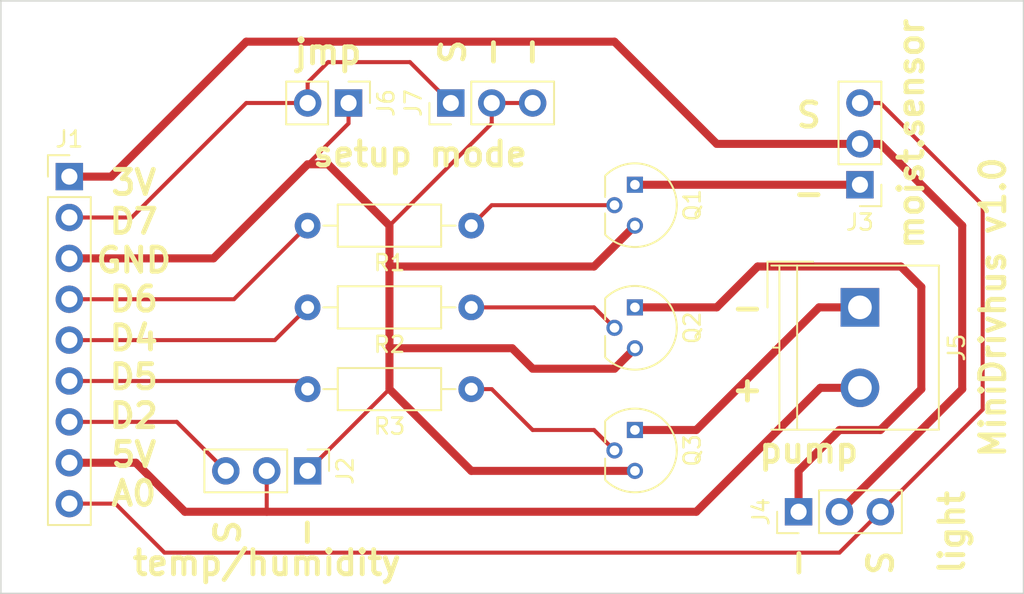
<source format=kicad_pcb>
(kicad_pcb (version 4) (host pcbnew 4.0.7+dfsg1-1)

  (general
    (links 25)
    (no_connects 0)
    (area 175.209999 54.559999 238.810001 91.490001)
    (thickness 1.6)
    (drawings 18)
    (tracks 82)
    (zones 0)
    (modules 13)
    (nets 16)
  )

  (page A4)
  (layers
    (0 F.Cu signal)
    (31 B.Cu signal)
    (32 B.Adhes user)
    (33 F.Adhes user)
    (34 B.Paste user)
    (35 F.Paste user)
    (36 B.SilkS user)
    (37 F.SilkS user)
    (38 B.Mask user)
    (39 F.Mask user)
    (40 Dwgs.User user)
    (41 Cmts.User user)
    (42 Eco1.User user)
    (43 Eco2.User user)
    (44 Edge.Cuts user)
    (45 Margin user)
    (46 B.CrtYd user)
    (47 F.CrtYd user)
    (48 B.Fab user)
    (49 F.Fab user)
  )

  (setup
    (last_trace_width 0.5)
    (user_trace_width 0.5)
    (trace_clearance 0.2)
    (zone_clearance 0.508)
    (zone_45_only no)
    (trace_min 0.2)
    (segment_width 0.2)
    (edge_width 0.1)
    (via_size 0.6)
    (via_drill 0.4)
    (via_min_size 0.4)
    (via_min_drill 0.3)
    (uvia_size 0.3)
    (uvia_drill 0.1)
    (uvias_allowed no)
    (uvia_min_size 0.2)
    (uvia_min_drill 0.1)
    (pcb_text_width 0.3)
    (pcb_text_size 1.5 1.5)
    (mod_edge_width 0.15)
    (mod_text_size 1 1)
    (mod_text_width 0.15)
    (pad_size 1.5 1.5)
    (pad_drill 0.6)
    (pad_to_mask_clearance 0)
    (aux_axis_origin 0 0)
    (visible_elements FFFFFF7F)
    (pcbplotparams
      (layerselection 0x00030_80000001)
      (usegerberextensions false)
      (excludeedgelayer true)
      (linewidth 0.100000)
      (plotframeref false)
      (viasonmask false)
      (mode 1)
      (useauxorigin false)
      (hpglpennumber 1)
      (hpglpenspeed 20)
      (hpglpendiameter 15)
      (hpglpenoverlay 2)
      (psnegative false)
      (psa4output false)
      (plotreference true)
      (plotvalue true)
      (plotinvisibletext false)
      (padsonsilk false)
      (subtractmaskfromsilk false)
      (outputformat 1)
      (mirror false)
      (drillshape 1)
      (scaleselection 1)
      (outputdirectory ""))
  )

  (net 0 "")
  (net 1 "Net-(J1-Pad1)")
  (net 2 "Net-(J1-Pad2)")
  (net 3 "Net-(J1-Pad3)")
  (net 4 "Net-(J1-Pad4)")
  (net 5 "Net-(J1-Pad5)")
  (net 6 "Net-(J1-Pad6)")
  (net 7 "Net-(J1-Pad7)")
  (net 8 "Net-(J1-Pad8)")
  (net 9 "Net-(J1-Pad9)")
  (net 10 "Net-(J3-Pad1)")
  (net 11 "Net-(J4-Pad1)")
  (net 12 "Net-(J5-Pad1)")
  (net 13 "Net-(Q1-Pad2)")
  (net 14 "Net-(Q2-Pad2)")
  (net 15 "Net-(Q3-Pad2)")

  (net_class Default "This is the default net class."
    (clearance 0.2)
    (trace_width 0.25)
    (via_dia 0.6)
    (via_drill 0.4)
    (uvia_dia 0.3)
    (uvia_drill 0.1)
    (add_net "Net-(J1-Pad1)")
    (add_net "Net-(J1-Pad2)")
    (add_net "Net-(J1-Pad3)")
    (add_net "Net-(J1-Pad4)")
    (add_net "Net-(J1-Pad5)")
    (add_net "Net-(J1-Pad6)")
    (add_net "Net-(J1-Pad7)")
    (add_net "Net-(J1-Pad8)")
    (add_net "Net-(J1-Pad9)")
    (add_net "Net-(J3-Pad1)")
    (add_net "Net-(J4-Pad1)")
    (add_net "Net-(J5-Pad1)")
    (add_net "Net-(Q1-Pad2)")
    (add_net "Net-(Q2-Pad2)")
    (add_net "Net-(Q3-Pad2)")
  )

  (module Pin_Headers:Pin_Header_Straight_1x09_Pitch2.54mm (layer F.Cu) (tedit 59650532) (tstamp 5AC0838D)
    (at 179.515714 65.535)
    (descr "Through hole straight pin header, 1x09, 2.54mm pitch, single row")
    (tags "Through hole pin header THT 1x09 2.54mm single row")
    (path /5ABFB22C)
    (fp_text reference J1 (at 0 -2.33) (layer F.SilkS)
      (effects (font (size 1 1) (thickness 0.15)))
    )
    (fp_text value Arduino (at 0 22.65) (layer F.Fab)
      (effects (font (size 1 1) (thickness 0.15)))
    )
    (fp_line (start -0.635 -1.27) (end 1.27 -1.27) (layer F.Fab) (width 0.1))
    (fp_line (start 1.27 -1.27) (end 1.27 21.59) (layer F.Fab) (width 0.1))
    (fp_line (start 1.27 21.59) (end -1.27 21.59) (layer F.Fab) (width 0.1))
    (fp_line (start -1.27 21.59) (end -1.27 -0.635) (layer F.Fab) (width 0.1))
    (fp_line (start -1.27 -0.635) (end -0.635 -1.27) (layer F.Fab) (width 0.1))
    (fp_line (start -1.33 21.65) (end 1.33 21.65) (layer F.SilkS) (width 0.12))
    (fp_line (start -1.33 1.27) (end -1.33 21.65) (layer F.SilkS) (width 0.12))
    (fp_line (start 1.33 1.27) (end 1.33 21.65) (layer F.SilkS) (width 0.12))
    (fp_line (start -1.33 1.27) (end 1.33 1.27) (layer F.SilkS) (width 0.12))
    (fp_line (start -1.33 0) (end -1.33 -1.33) (layer F.SilkS) (width 0.12))
    (fp_line (start -1.33 -1.33) (end 0 -1.33) (layer F.SilkS) (width 0.12))
    (fp_line (start -1.8 -1.8) (end -1.8 22.1) (layer F.CrtYd) (width 0.05))
    (fp_line (start -1.8 22.1) (end 1.8 22.1) (layer F.CrtYd) (width 0.05))
    (fp_line (start 1.8 22.1) (end 1.8 -1.8) (layer F.CrtYd) (width 0.05))
    (fp_line (start 1.8 -1.8) (end -1.8 -1.8) (layer F.CrtYd) (width 0.05))
    (fp_text user %R (at 0 10.16 90) (layer F.Fab)
      (effects (font (size 1 1) (thickness 0.15)))
    )
    (pad 1 thru_hole rect (at 0 0) (size 1.7 1.7) (drill 1) (layers *.Cu *.Mask)
      (net 1 "Net-(J1-Pad1)"))
    (pad 2 thru_hole oval (at 0 2.54) (size 1.7 1.7) (drill 1) (layers *.Cu *.Mask)
      (net 2 "Net-(J1-Pad2)"))
    (pad 3 thru_hole oval (at 0 5.08) (size 1.7 1.7) (drill 1) (layers *.Cu *.Mask)
      (net 3 "Net-(J1-Pad3)"))
    (pad 4 thru_hole oval (at 0 7.62) (size 1.7 1.7) (drill 1) (layers *.Cu *.Mask)
      (net 4 "Net-(J1-Pad4)"))
    (pad 5 thru_hole oval (at 0 10.16) (size 1.7 1.7) (drill 1) (layers *.Cu *.Mask)
      (net 5 "Net-(J1-Pad5)"))
    (pad 6 thru_hole oval (at 0 12.7) (size 1.7 1.7) (drill 1) (layers *.Cu *.Mask)
      (net 6 "Net-(J1-Pad6)"))
    (pad 7 thru_hole oval (at 0 15.24) (size 1.7 1.7) (drill 1) (layers *.Cu *.Mask)
      (net 7 "Net-(J1-Pad7)"))
    (pad 8 thru_hole oval (at 0 17.78) (size 1.7 1.7) (drill 1) (layers *.Cu *.Mask)
      (net 8 "Net-(J1-Pad8)"))
    (pad 9 thru_hole oval (at 0 20.32) (size 1.7 1.7) (drill 1) (layers *.Cu *.Mask)
      (net 9 "Net-(J1-Pad9)"))
    (model ${KISYS3DMOD}/Pin_Headers.3dshapes/Pin_Header_Straight_1x09_Pitch2.54mm.wrl
      (at (xyz 0 0 0))
      (scale (xyz 1 1 1))
      (rotate (xyz 0 0 0))
    )
  )

  (module Pin_Headers:Pin_Header_Straight_1x03_Pitch2.54mm (layer F.Cu) (tedit 59650532) (tstamp 5AC08394)
    (at 194.31 83.82 270)
    (descr "Through hole straight pin header, 1x03, 2.54mm pitch, single row")
    (tags "Through hole pin header THT 1x03 2.54mm single row")
    (path /5ABFB4EB)
    (fp_text reference J2 (at 0 -2.33 270) (layer F.SilkS)
      (effects (font (size 1 1) (thickness 0.15)))
    )
    (fp_text value Temp/Humidity (at 0 7.41 270) (layer F.Fab)
      (effects (font (size 1 1) (thickness 0.15)))
    )
    (fp_line (start -0.635 -1.27) (end 1.27 -1.27) (layer F.Fab) (width 0.1))
    (fp_line (start 1.27 -1.27) (end 1.27 6.35) (layer F.Fab) (width 0.1))
    (fp_line (start 1.27 6.35) (end -1.27 6.35) (layer F.Fab) (width 0.1))
    (fp_line (start -1.27 6.35) (end -1.27 -0.635) (layer F.Fab) (width 0.1))
    (fp_line (start -1.27 -0.635) (end -0.635 -1.27) (layer F.Fab) (width 0.1))
    (fp_line (start -1.33 6.41) (end 1.33 6.41) (layer F.SilkS) (width 0.12))
    (fp_line (start -1.33 1.27) (end -1.33 6.41) (layer F.SilkS) (width 0.12))
    (fp_line (start 1.33 1.27) (end 1.33 6.41) (layer F.SilkS) (width 0.12))
    (fp_line (start -1.33 1.27) (end 1.33 1.27) (layer F.SilkS) (width 0.12))
    (fp_line (start -1.33 0) (end -1.33 -1.33) (layer F.SilkS) (width 0.12))
    (fp_line (start -1.33 -1.33) (end 0 -1.33) (layer F.SilkS) (width 0.12))
    (fp_line (start -1.8 -1.8) (end -1.8 6.85) (layer F.CrtYd) (width 0.05))
    (fp_line (start -1.8 6.85) (end 1.8 6.85) (layer F.CrtYd) (width 0.05))
    (fp_line (start 1.8 6.85) (end 1.8 -1.8) (layer F.CrtYd) (width 0.05))
    (fp_line (start 1.8 -1.8) (end -1.8 -1.8) (layer F.CrtYd) (width 0.05))
    (fp_text user %R (at 0 2.54 360) (layer F.Fab)
      (effects (font (size 1 1) (thickness 0.15)))
    )
    (pad 1 thru_hole rect (at 0 0 270) (size 1.7 1.7) (drill 1) (layers *.Cu *.Mask)
      (net 3 "Net-(J1-Pad3)"))
    (pad 2 thru_hole oval (at 0 2.54 270) (size 1.7 1.7) (drill 1) (layers *.Cu *.Mask)
      (net 8 "Net-(J1-Pad8)"))
    (pad 3 thru_hole oval (at 0 5.08 270) (size 1.7 1.7) (drill 1) (layers *.Cu *.Mask)
      (net 7 "Net-(J1-Pad7)"))
    (model ${KISYS3DMOD}/Pin_Headers.3dshapes/Pin_Header_Straight_1x03_Pitch2.54mm.wrl
      (at (xyz 0 0 0))
      (scale (xyz 1 1 1))
      (rotate (xyz 0 0 0))
    )
  )

  (module Pin_Headers:Pin_Header_Straight_1x03_Pitch2.54mm (layer F.Cu) (tedit 59650532) (tstamp 5AC0839B)
    (at 228.6 66.04 180)
    (descr "Through hole straight pin header, 1x03, 2.54mm pitch, single row")
    (tags "Through hole pin header THT 1x03 2.54mm single row")
    (path /5ABFB494)
    (fp_text reference J3 (at 0 -2.33 180) (layer F.SilkS)
      (effects (font (size 1 1) (thickness 0.15)))
    )
    (fp_text value Moist.Sensor (at 0 7.41 180) (layer F.Fab)
      (effects (font (size 1 1) (thickness 0.15)))
    )
    (fp_line (start -0.635 -1.27) (end 1.27 -1.27) (layer F.Fab) (width 0.1))
    (fp_line (start 1.27 -1.27) (end 1.27 6.35) (layer F.Fab) (width 0.1))
    (fp_line (start 1.27 6.35) (end -1.27 6.35) (layer F.Fab) (width 0.1))
    (fp_line (start -1.27 6.35) (end -1.27 -0.635) (layer F.Fab) (width 0.1))
    (fp_line (start -1.27 -0.635) (end -0.635 -1.27) (layer F.Fab) (width 0.1))
    (fp_line (start -1.33 6.41) (end 1.33 6.41) (layer F.SilkS) (width 0.12))
    (fp_line (start -1.33 1.27) (end -1.33 6.41) (layer F.SilkS) (width 0.12))
    (fp_line (start 1.33 1.27) (end 1.33 6.41) (layer F.SilkS) (width 0.12))
    (fp_line (start -1.33 1.27) (end 1.33 1.27) (layer F.SilkS) (width 0.12))
    (fp_line (start -1.33 0) (end -1.33 -1.33) (layer F.SilkS) (width 0.12))
    (fp_line (start -1.33 -1.33) (end 0 -1.33) (layer F.SilkS) (width 0.12))
    (fp_line (start -1.8 -1.8) (end -1.8 6.85) (layer F.CrtYd) (width 0.05))
    (fp_line (start -1.8 6.85) (end 1.8 6.85) (layer F.CrtYd) (width 0.05))
    (fp_line (start 1.8 6.85) (end 1.8 -1.8) (layer F.CrtYd) (width 0.05))
    (fp_line (start 1.8 -1.8) (end -1.8 -1.8) (layer F.CrtYd) (width 0.05))
    (fp_text user %R (at 0 2.54 270) (layer F.Fab)
      (effects (font (size 1 1) (thickness 0.15)))
    )
    (pad 1 thru_hole rect (at 0 0 180) (size 1.7 1.7) (drill 1) (layers *.Cu *.Mask)
      (net 10 "Net-(J3-Pad1)"))
    (pad 2 thru_hole oval (at 0 2.54 180) (size 1.7 1.7) (drill 1) (layers *.Cu *.Mask)
      (net 1 "Net-(J1-Pad1)"))
    (pad 3 thru_hole oval (at 0 5.08 180) (size 1.7 1.7) (drill 1) (layers *.Cu *.Mask)
      (net 9 "Net-(J1-Pad9)"))
    (model ${KISYS3DMOD}/Pin_Headers.3dshapes/Pin_Header_Straight_1x03_Pitch2.54mm.wrl
      (at (xyz 0 0 0))
      (scale (xyz 1 1 1))
      (rotate (xyz 0 0 0))
    )
  )

  (module Pin_Headers:Pin_Header_Straight_1x03_Pitch2.54mm (layer F.Cu) (tedit 59650532) (tstamp 5AC083A2)
    (at 224.79 86.36 90)
    (descr "Through hole straight pin header, 1x03, 2.54mm pitch, single row")
    (tags "Through hole pin header THT 1x03 2.54mm single row")
    (path /5ABFB53A)
    (fp_text reference J4 (at 0 -2.33 90) (layer F.SilkS)
      (effects (font (size 1 1) (thickness 0.15)))
    )
    (fp_text value "Light Sensor" (at 0 7.41 90) (layer F.Fab)
      (effects (font (size 1 1) (thickness 0.15)))
    )
    (fp_line (start -0.635 -1.27) (end 1.27 -1.27) (layer F.Fab) (width 0.1))
    (fp_line (start 1.27 -1.27) (end 1.27 6.35) (layer F.Fab) (width 0.1))
    (fp_line (start 1.27 6.35) (end -1.27 6.35) (layer F.Fab) (width 0.1))
    (fp_line (start -1.27 6.35) (end -1.27 -0.635) (layer F.Fab) (width 0.1))
    (fp_line (start -1.27 -0.635) (end -0.635 -1.27) (layer F.Fab) (width 0.1))
    (fp_line (start -1.33 6.41) (end 1.33 6.41) (layer F.SilkS) (width 0.12))
    (fp_line (start -1.33 1.27) (end -1.33 6.41) (layer F.SilkS) (width 0.12))
    (fp_line (start 1.33 1.27) (end 1.33 6.41) (layer F.SilkS) (width 0.12))
    (fp_line (start -1.33 1.27) (end 1.33 1.27) (layer F.SilkS) (width 0.12))
    (fp_line (start -1.33 0) (end -1.33 -1.33) (layer F.SilkS) (width 0.12))
    (fp_line (start -1.33 -1.33) (end 0 -1.33) (layer F.SilkS) (width 0.12))
    (fp_line (start -1.8 -1.8) (end -1.8 6.85) (layer F.CrtYd) (width 0.05))
    (fp_line (start -1.8 6.85) (end 1.8 6.85) (layer F.CrtYd) (width 0.05))
    (fp_line (start 1.8 6.85) (end 1.8 -1.8) (layer F.CrtYd) (width 0.05))
    (fp_line (start 1.8 -1.8) (end -1.8 -1.8) (layer F.CrtYd) (width 0.05))
    (fp_text user %R (at 0 2.54 180) (layer F.Fab)
      (effects (font (size 1 1) (thickness 0.15)))
    )
    (pad 1 thru_hole rect (at 0 0 90) (size 1.7 1.7) (drill 1) (layers *.Cu *.Mask)
      (net 11 "Net-(J4-Pad1)"))
    (pad 2 thru_hole oval (at 0 2.54 90) (size 1.7 1.7) (drill 1) (layers *.Cu *.Mask)
      (net 1 "Net-(J1-Pad1)"))
    (pad 3 thru_hole oval (at 0 5.08 90) (size 1.7 1.7) (drill 1) (layers *.Cu *.Mask)
      (net 9 "Net-(J1-Pad9)"))
    (model ${KISYS3DMOD}/Pin_Headers.3dshapes/Pin_Header_Straight_1x03_Pitch2.54mm.wrl
      (at (xyz 0 0 0))
      (scale (xyz 1 1 1))
      (rotate (xyz 0 0 0))
    )
  )

  (module Connectors_Terminal_Blocks:TerminalBlock_Philmore_TB132_02x5mm_Straight (layer F.Cu) (tedit 59661312) (tstamp 5AC083A8)
    (at 228.6 73.66 270)
    (descr "2-way 5.0mm pitch terminal block, http://www.philmore-datak.com/mc/Page%20197.pdf")
    (tags "screw terminal block")
    (path /5ABFB435)
    (fp_text reference J5 (at 2.5 -6 270) (layer F.SilkS)
      (effects (font (size 1 1) (thickness 0.15)))
    )
    (fp_text value Pump (at 2.5 6.9 270) (layer F.Fab)
      (effects (font (size 1 1) (thickness 0.15)))
    )
    (fp_line (start -3 -5.3) (end -3 5.9) (layer F.CrtYd) (width 0.05))
    (fp_line (start -3 5.9) (end 8 5.9) (layer F.CrtYd) (width 0.05))
    (fp_line (start 8 5.9) (end 8 -5.3) (layer F.CrtYd) (width 0.05))
    (fp_line (start 8 -5.3) (end -3 -5.3) (layer F.CrtYd) (width 0.05))
    (fp_line (start -2.5 3.9) (end 7.5 3.9) (layer F.Fab) (width 0.1))
    (fp_line (start -2.5 5) (end 7.5 5) (layer F.Fab) (width 0.1))
    (fp_line (start -2.5 5.4) (end -2.5 -4.8) (layer F.Fab) (width 0.1))
    (fp_line (start -2.5 -4.8) (end 7.5 -4.8) (layer F.Fab) (width 0.1))
    (fp_line (start 7.5 -4.8) (end 7.5 5.4) (layer F.Fab) (width 0.1))
    (fp_line (start 2.5 5) (end 2.5 5.4) (layer F.Fab) (width 0.1))
    (fp_line (start -2.84 2.9) (end -2.84 5.74) (layer F.Fab) (width 0.1))
    (fp_line (start -2.84 5.74) (end 0 5.74) (layer F.Fab) (width 0.1))
    (fp_line (start -2.6 3.9) (end 7.6 3.9) (layer F.SilkS) (width 0.12))
    (fp_line (start -2.6 5) (end 7.6 5) (layer F.SilkS) (width 0.12))
    (fp_line (start -2.6 5.5) (end -2.6 -4.9) (layer F.SilkS) (width 0.12))
    (fp_line (start -2.6 -4.9) (end 7.6 -4.9) (layer F.SilkS) (width 0.12))
    (fp_line (start 7.6 -4.9) (end 7.6 5.5) (layer F.SilkS) (width 0.12))
    (fp_line (start 2.5 5) (end 2.5 5.4) (layer F.SilkS) (width 0.12))
    (fp_line (start -2.84 2.9) (end -2.84 5.74) (layer F.SilkS) (width 0.12))
    (fp_line (start -2.84 5.74) (end 0 5.74) (layer F.SilkS) (width 0.12))
    (fp_text user %R (at 2.5 0.3 270) (layer F.Fab)
      (effects (font (size 1 1) (thickness 0.15)))
    )
    (pad 1 thru_hole rect (at 0 0 270) (size 2.4 2.4) (drill 1.47) (layers *.Cu *.Mask)
      (net 12 "Net-(J5-Pad1)"))
    (pad 2 thru_hole circle (at 5 0 270) (size 2.4 2.4) (drill 1.47) (layers *.Cu *.Mask)
      (net 8 "Net-(J1-Pad8)"))
    (model ${KISYS3DMOD}/Connectors_Terminal_Blocks.3dshapes/TerminalBlock_Philmore_TB132_02x5mm_Straight.wrl
      (at (xyz 0 0 0))
      (scale (xyz 1 1 1))
      (rotate (xyz 0 0 0))
    )
  )

  (module Pin_Headers:Pin_Header_Straight_1x02_Pitch2.54mm (layer F.Cu) (tedit 59650532) (tstamp 5AC083AE)
    (at 196.85 60.96 270)
    (descr "Through hole straight pin header, 1x02, 2.54mm pitch, single row")
    (tags "Through hole pin header THT 1x02 2.54mm single row")
    (path /5ABFE8A8)
    (fp_text reference J6 (at 0 -2.33 270) (layer F.SilkS)
      (effects (font (size 1 1) (thickness 0.15)))
    )
    (fp_text value SetupJmp (at 0 4.87 270) (layer F.Fab)
      (effects (font (size 1 1) (thickness 0.15)))
    )
    (fp_line (start -0.635 -1.27) (end 1.27 -1.27) (layer F.Fab) (width 0.1))
    (fp_line (start 1.27 -1.27) (end 1.27 3.81) (layer F.Fab) (width 0.1))
    (fp_line (start 1.27 3.81) (end -1.27 3.81) (layer F.Fab) (width 0.1))
    (fp_line (start -1.27 3.81) (end -1.27 -0.635) (layer F.Fab) (width 0.1))
    (fp_line (start -1.27 -0.635) (end -0.635 -1.27) (layer F.Fab) (width 0.1))
    (fp_line (start -1.33 3.87) (end 1.33 3.87) (layer F.SilkS) (width 0.12))
    (fp_line (start -1.33 1.27) (end -1.33 3.87) (layer F.SilkS) (width 0.12))
    (fp_line (start 1.33 1.27) (end 1.33 3.87) (layer F.SilkS) (width 0.12))
    (fp_line (start -1.33 1.27) (end 1.33 1.27) (layer F.SilkS) (width 0.12))
    (fp_line (start -1.33 0) (end -1.33 -1.33) (layer F.SilkS) (width 0.12))
    (fp_line (start -1.33 -1.33) (end 0 -1.33) (layer F.SilkS) (width 0.12))
    (fp_line (start -1.8 -1.8) (end -1.8 4.35) (layer F.CrtYd) (width 0.05))
    (fp_line (start -1.8 4.35) (end 1.8 4.35) (layer F.CrtYd) (width 0.05))
    (fp_line (start 1.8 4.35) (end 1.8 -1.8) (layer F.CrtYd) (width 0.05))
    (fp_line (start 1.8 -1.8) (end -1.8 -1.8) (layer F.CrtYd) (width 0.05))
    (fp_text user %R (at 0 1.27 360) (layer F.Fab)
      (effects (font (size 1 1) (thickness 0.15)))
    )
    (pad 1 thru_hole rect (at 0 0 270) (size 1.7 1.7) (drill 1) (layers *.Cu *.Mask)
      (net 3 "Net-(J1-Pad3)"))
    (pad 2 thru_hole oval (at 0 2.54 270) (size 1.7 1.7) (drill 1) (layers *.Cu *.Mask)
      (net 2 "Net-(J1-Pad2)"))
    (model ${KISYS3DMOD}/Pin_Headers.3dshapes/Pin_Header_Straight_1x02_Pitch2.54mm.wrl
      (at (xyz 0 0 0))
      (scale (xyz 1 1 1))
      (rotate (xyz 0 0 0))
    )
  )

  (module Pin_Headers:Pin_Header_Straight_1x03_Pitch2.54mm (layer F.Cu) (tedit 59650532) (tstamp 5AC083B5)
    (at 203.2 60.96 90)
    (descr "Through hole straight pin header, 1x03, 2.54mm pitch, single row")
    (tags "Through hole pin header THT 1x03 2.54mm single row")
    (path /5AC00067)
    (fp_text reference J7 (at 0 -2.33 90) (layer F.SilkS)
      (effects (font (size 1 1) (thickness 0.15)))
    )
    (fp_text value SetupSwitch (at 0 7.41 90) (layer F.Fab)
      (effects (font (size 1 1) (thickness 0.15)))
    )
    (fp_line (start -0.635 -1.27) (end 1.27 -1.27) (layer F.Fab) (width 0.1))
    (fp_line (start 1.27 -1.27) (end 1.27 6.35) (layer F.Fab) (width 0.1))
    (fp_line (start 1.27 6.35) (end -1.27 6.35) (layer F.Fab) (width 0.1))
    (fp_line (start -1.27 6.35) (end -1.27 -0.635) (layer F.Fab) (width 0.1))
    (fp_line (start -1.27 -0.635) (end -0.635 -1.27) (layer F.Fab) (width 0.1))
    (fp_line (start -1.33 6.41) (end 1.33 6.41) (layer F.SilkS) (width 0.12))
    (fp_line (start -1.33 1.27) (end -1.33 6.41) (layer F.SilkS) (width 0.12))
    (fp_line (start 1.33 1.27) (end 1.33 6.41) (layer F.SilkS) (width 0.12))
    (fp_line (start -1.33 1.27) (end 1.33 1.27) (layer F.SilkS) (width 0.12))
    (fp_line (start -1.33 0) (end -1.33 -1.33) (layer F.SilkS) (width 0.12))
    (fp_line (start -1.33 -1.33) (end 0 -1.33) (layer F.SilkS) (width 0.12))
    (fp_line (start -1.8 -1.8) (end -1.8 6.85) (layer F.CrtYd) (width 0.05))
    (fp_line (start -1.8 6.85) (end 1.8 6.85) (layer F.CrtYd) (width 0.05))
    (fp_line (start 1.8 6.85) (end 1.8 -1.8) (layer F.CrtYd) (width 0.05))
    (fp_line (start 1.8 -1.8) (end -1.8 -1.8) (layer F.CrtYd) (width 0.05))
    (fp_text user %R (at 0 2.54 180) (layer F.Fab)
      (effects (font (size 1 1) (thickness 0.15)))
    )
    (pad 1 thru_hole rect (at 0 0 90) (size 1.7 1.7) (drill 1) (layers *.Cu *.Mask)
      (net 2 "Net-(J1-Pad2)"))
    (pad 2 thru_hole oval (at 0 2.54 90) (size 1.7 1.7) (drill 1) (layers *.Cu *.Mask)
      (net 3 "Net-(J1-Pad3)"))
    (pad 3 thru_hole oval (at 0 5.08 90) (size 1.7 1.7) (drill 1) (layers *.Cu *.Mask)
      (net 3 "Net-(J1-Pad3)"))
    (model ${KISYS3DMOD}/Pin_Headers.3dshapes/Pin_Header_Straight_1x03_Pitch2.54mm.wrl
      (at (xyz 0 0 0))
      (scale (xyz 1 1 1))
      (rotate (xyz 0 0 0))
    )
  )

  (module TO_SOT_Packages_THT:TO-92_Molded_Narrow_Reverse (layer F.Cu) (tedit 58CE52AF) (tstamp 5AC083BC)
    (at 214.63 66.04 270)
    (descr "TO-92 leads molded, narrow, reverse, drill 0.6mm (see NXP sot054_po.pdf)")
    (tags "to-92 sc-43 sc-43a sot54 PA33 transistor")
    (path /5ABFB2CC)
    (fp_text reference Q1 (at 1.27 -3.56 450) (layer F.SilkS)
      (effects (font (size 1 1) (thickness 0.15)))
    )
    (fp_text value BC337 (at 1.27 2.79 450) (layer F.Fab)
      (effects (font (size 1 1) (thickness 0.15)))
    )
    (fp_text user %R (at 1.27 -3.56 450) (layer F.Fab)
      (effects (font (size 1 1) (thickness 0.15)))
    )
    (fp_line (start -0.53 1.85) (end 0.76 1.85) (layer F.SilkS) (width 0.12))
    (fp_line (start 1.78 1.85) (end 3.07 1.85) (layer F.SilkS) (width 0.12))
    (fp_line (start -0.5 1.75) (end 3 1.75) (layer F.Fab) (width 0.1))
    (fp_line (start -1.46 -2.73) (end 4 -2.73) (layer F.CrtYd) (width 0.05))
    (fp_line (start -1.46 -2.73) (end -1.46 2.02) (layer F.CrtYd) (width 0.05))
    (fp_line (start 4 2.02) (end 4 -2.73) (layer F.CrtYd) (width 0.05))
    (fp_line (start 4 2.02) (end -1.46 2.02) (layer F.CrtYd) (width 0.05))
    (fp_arc (start 1.27 0) (end 1.27 -2.48) (angle 135) (layer F.Fab) (width 0.1))
    (fp_arc (start 1.27 0) (end 1.27 -2.6) (angle -135) (layer F.SilkS) (width 0.12))
    (fp_arc (start 1.27 0) (end 1.27 -2.48) (angle -135) (layer F.Fab) (width 0.1))
    (fp_arc (start 1.27 0) (end 1.27 -2.6) (angle 135) (layer F.SilkS) (width 0.12))
    (pad 2 thru_hole circle (at 1.27 1.27) (size 1 1) (drill 0.6) (layers *.Cu *.Mask)
      (net 13 "Net-(Q1-Pad2)"))
    (pad 3 thru_hole circle (at 2.54 0) (size 1 1) (drill 0.6) (layers *.Cu *.Mask)
      (net 3 "Net-(J1-Pad3)"))
    (pad 1 thru_hole rect (at 0 0) (size 1 1) (drill 0.6) (layers *.Cu *.Mask)
      (net 10 "Net-(J3-Pad1)"))
    (model ${KISYS3DMOD}/TO_SOT_Packages_THT.3dshapes/TO-92_Molded_Narrow_Reverse.wrl
      (at (xyz 0.05 0 0))
      (scale (xyz 1 1 1))
      (rotate (xyz 0 0 -90))
    )
  )

  (module TO_SOT_Packages_THT:TO-92_Molded_Narrow_Reverse (layer F.Cu) (tedit 58CE52AF) (tstamp 5AC083C3)
    (at 214.63 73.66 270)
    (descr "TO-92 leads molded, narrow, reverse, drill 0.6mm (see NXP sot054_po.pdf)")
    (tags "to-92 sc-43 sc-43a sot54 PA33 transistor")
    (path /5ABFB34D)
    (fp_text reference Q2 (at 1.27 -3.56 450) (layer F.SilkS)
      (effects (font (size 1 1) (thickness 0.15)))
    )
    (fp_text value BC337 (at 1.27 2.79 450) (layer F.Fab)
      (effects (font (size 1 1) (thickness 0.15)))
    )
    (fp_text user %R (at 1.27 -3.56 450) (layer F.Fab)
      (effects (font (size 1 1) (thickness 0.15)))
    )
    (fp_line (start -0.53 1.85) (end 0.76 1.85) (layer F.SilkS) (width 0.12))
    (fp_line (start 1.78 1.85) (end 3.07 1.85) (layer F.SilkS) (width 0.12))
    (fp_line (start -0.5 1.75) (end 3 1.75) (layer F.Fab) (width 0.1))
    (fp_line (start -1.46 -2.73) (end 4 -2.73) (layer F.CrtYd) (width 0.05))
    (fp_line (start -1.46 -2.73) (end -1.46 2.02) (layer F.CrtYd) (width 0.05))
    (fp_line (start 4 2.02) (end 4 -2.73) (layer F.CrtYd) (width 0.05))
    (fp_line (start 4 2.02) (end -1.46 2.02) (layer F.CrtYd) (width 0.05))
    (fp_arc (start 1.27 0) (end 1.27 -2.48) (angle 135) (layer F.Fab) (width 0.1))
    (fp_arc (start 1.27 0) (end 1.27 -2.6) (angle -135) (layer F.SilkS) (width 0.12))
    (fp_arc (start 1.27 0) (end 1.27 -2.48) (angle -135) (layer F.Fab) (width 0.1))
    (fp_arc (start 1.27 0) (end 1.27 -2.6) (angle 135) (layer F.SilkS) (width 0.12))
    (pad 2 thru_hole circle (at 1.27 1.27) (size 1 1) (drill 0.6) (layers *.Cu *.Mask)
      (net 14 "Net-(Q2-Pad2)"))
    (pad 3 thru_hole circle (at 2.54 0) (size 1 1) (drill 0.6) (layers *.Cu *.Mask)
      (net 3 "Net-(J1-Pad3)"))
    (pad 1 thru_hole rect (at 0 0) (size 1 1) (drill 0.6) (layers *.Cu *.Mask)
      (net 11 "Net-(J4-Pad1)"))
    (model ${KISYS3DMOD}/TO_SOT_Packages_THT.3dshapes/TO-92_Molded_Narrow_Reverse.wrl
      (at (xyz 0.05 0 0))
      (scale (xyz 1 1 1))
      (rotate (xyz 0 0 -90))
    )
  )

  (module TO_SOT_Packages_THT:TO-92_Molded_Narrow_Reverse (layer F.Cu) (tedit 58CE52AF) (tstamp 5AC083CA)
    (at 214.63 81.28 270)
    (descr "TO-92 leads molded, narrow, reverse, drill 0.6mm (see NXP sot054_po.pdf)")
    (tags "to-92 sc-43 sc-43a sot54 PA33 transistor")
    (path /5ABFB405)
    (fp_text reference Q3 (at 1.27 -3.56 450) (layer F.SilkS)
      (effects (font (size 1 1) (thickness 0.15)))
    )
    (fp_text value BC337 (at 1.27 2.79 450) (layer F.Fab)
      (effects (font (size 1 1) (thickness 0.15)))
    )
    (fp_text user %R (at 1.27 -3.56 450) (layer F.Fab)
      (effects (font (size 1 1) (thickness 0.15)))
    )
    (fp_line (start -0.53 1.85) (end 0.76 1.85) (layer F.SilkS) (width 0.12))
    (fp_line (start 1.78 1.85) (end 3.07 1.85) (layer F.SilkS) (width 0.12))
    (fp_line (start -0.5 1.75) (end 3 1.75) (layer F.Fab) (width 0.1))
    (fp_line (start -1.46 -2.73) (end 4 -2.73) (layer F.CrtYd) (width 0.05))
    (fp_line (start -1.46 -2.73) (end -1.46 2.02) (layer F.CrtYd) (width 0.05))
    (fp_line (start 4 2.02) (end 4 -2.73) (layer F.CrtYd) (width 0.05))
    (fp_line (start 4 2.02) (end -1.46 2.02) (layer F.CrtYd) (width 0.05))
    (fp_arc (start 1.27 0) (end 1.27 -2.48) (angle 135) (layer F.Fab) (width 0.1))
    (fp_arc (start 1.27 0) (end 1.27 -2.6) (angle -135) (layer F.SilkS) (width 0.12))
    (fp_arc (start 1.27 0) (end 1.27 -2.48) (angle -135) (layer F.Fab) (width 0.1))
    (fp_arc (start 1.27 0) (end 1.27 -2.6) (angle 135) (layer F.SilkS) (width 0.12))
    (pad 2 thru_hole circle (at 1.27 1.27) (size 1 1) (drill 0.6) (layers *.Cu *.Mask)
      (net 15 "Net-(Q3-Pad2)"))
    (pad 3 thru_hole circle (at 2.54 0) (size 1 1) (drill 0.6) (layers *.Cu *.Mask)
      (net 3 "Net-(J1-Pad3)"))
    (pad 1 thru_hole rect (at 0 0) (size 1 1) (drill 0.6) (layers *.Cu *.Mask)
      (net 12 "Net-(J5-Pad1)"))
    (model ${KISYS3DMOD}/TO_SOT_Packages_THT.3dshapes/TO-92_Molded_Narrow_Reverse.wrl
      (at (xyz 0.05 0 0))
      (scale (xyz 1 1 1))
      (rotate (xyz 0 0 -90))
    )
  )

  (module Resistors_THT:R_Axial_DIN0207_L6.3mm_D2.5mm_P10.16mm_Horizontal (layer F.Cu) (tedit 5874F706) (tstamp 5AC083D0)
    (at 204.47 68.58 180)
    (descr "Resistor, Axial_DIN0207 series, Axial, Horizontal, pin pitch=10.16mm, 0.25W = 1/4W, length*diameter=6.3*2.5mm^2, http://cdn-reichelt.de/documents/datenblatt/B400/1_4W%23YAG.pdf")
    (tags "Resistor Axial_DIN0207 series Axial Horizontal pin pitch 10.16mm 0.25W = 1/4W length 6.3mm diameter 2.5mm")
    (path /5ABFB6AF)
    (fp_text reference R1 (at 5.08 -2.31 180) (layer F.SilkS)
      (effects (font (size 1 1) (thickness 0.15)))
    )
    (fp_text value R (at 5.08 2.31 180) (layer F.Fab)
      (effects (font (size 1 1) (thickness 0.15)))
    )
    (fp_line (start 1.93 -1.25) (end 1.93 1.25) (layer F.Fab) (width 0.1))
    (fp_line (start 1.93 1.25) (end 8.23 1.25) (layer F.Fab) (width 0.1))
    (fp_line (start 8.23 1.25) (end 8.23 -1.25) (layer F.Fab) (width 0.1))
    (fp_line (start 8.23 -1.25) (end 1.93 -1.25) (layer F.Fab) (width 0.1))
    (fp_line (start 0 0) (end 1.93 0) (layer F.Fab) (width 0.1))
    (fp_line (start 10.16 0) (end 8.23 0) (layer F.Fab) (width 0.1))
    (fp_line (start 1.87 -1.31) (end 1.87 1.31) (layer F.SilkS) (width 0.12))
    (fp_line (start 1.87 1.31) (end 8.29 1.31) (layer F.SilkS) (width 0.12))
    (fp_line (start 8.29 1.31) (end 8.29 -1.31) (layer F.SilkS) (width 0.12))
    (fp_line (start 8.29 -1.31) (end 1.87 -1.31) (layer F.SilkS) (width 0.12))
    (fp_line (start 0.98 0) (end 1.87 0) (layer F.SilkS) (width 0.12))
    (fp_line (start 9.18 0) (end 8.29 0) (layer F.SilkS) (width 0.12))
    (fp_line (start -1.05 -1.6) (end -1.05 1.6) (layer F.CrtYd) (width 0.05))
    (fp_line (start -1.05 1.6) (end 11.25 1.6) (layer F.CrtYd) (width 0.05))
    (fp_line (start 11.25 1.6) (end 11.25 -1.6) (layer F.CrtYd) (width 0.05))
    (fp_line (start 11.25 -1.6) (end -1.05 -1.6) (layer F.CrtYd) (width 0.05))
    (pad 1 thru_hole circle (at 0 0 180) (size 1.6 1.6) (drill 0.8) (layers *.Cu *.Mask)
      (net 13 "Net-(Q1-Pad2)"))
    (pad 2 thru_hole oval (at 10.16 0 180) (size 1.6 1.6) (drill 0.8) (layers *.Cu *.Mask)
      (net 4 "Net-(J1-Pad4)"))
    (model ${KISYS3DMOD}/Resistors_THT.3dshapes/R_Axial_DIN0207_L6.3mm_D2.5mm_P10.16mm_Horizontal.wrl
      (at (xyz 0 0 0))
      (scale (xyz 0.393701 0.393701 0.393701))
      (rotate (xyz 0 0 0))
    )
  )

  (module Resistors_THT:R_Axial_DIN0207_L6.3mm_D2.5mm_P10.16mm_Horizontal (layer F.Cu) (tedit 5874F706) (tstamp 5AC083D6)
    (at 204.47 73.66 180)
    (descr "Resistor, Axial_DIN0207 series, Axial, Horizontal, pin pitch=10.16mm, 0.25W = 1/4W, length*diameter=6.3*2.5mm^2, http://cdn-reichelt.de/documents/datenblatt/B400/1_4W%23YAG.pdf")
    (tags "Resistor Axial_DIN0207 series Axial Horizontal pin pitch 10.16mm 0.25W = 1/4W length 6.3mm diameter 2.5mm")
    (path /5ABFB57A)
    (fp_text reference R2 (at 5.08 -2.31 180) (layer F.SilkS)
      (effects (font (size 1 1) (thickness 0.15)))
    )
    (fp_text value R (at 5.08 2.31 180) (layer F.Fab)
      (effects (font (size 1 1) (thickness 0.15)))
    )
    (fp_line (start 1.93 -1.25) (end 1.93 1.25) (layer F.Fab) (width 0.1))
    (fp_line (start 1.93 1.25) (end 8.23 1.25) (layer F.Fab) (width 0.1))
    (fp_line (start 8.23 1.25) (end 8.23 -1.25) (layer F.Fab) (width 0.1))
    (fp_line (start 8.23 -1.25) (end 1.93 -1.25) (layer F.Fab) (width 0.1))
    (fp_line (start 0 0) (end 1.93 0) (layer F.Fab) (width 0.1))
    (fp_line (start 10.16 0) (end 8.23 0) (layer F.Fab) (width 0.1))
    (fp_line (start 1.87 -1.31) (end 1.87 1.31) (layer F.SilkS) (width 0.12))
    (fp_line (start 1.87 1.31) (end 8.29 1.31) (layer F.SilkS) (width 0.12))
    (fp_line (start 8.29 1.31) (end 8.29 -1.31) (layer F.SilkS) (width 0.12))
    (fp_line (start 8.29 -1.31) (end 1.87 -1.31) (layer F.SilkS) (width 0.12))
    (fp_line (start 0.98 0) (end 1.87 0) (layer F.SilkS) (width 0.12))
    (fp_line (start 9.18 0) (end 8.29 0) (layer F.SilkS) (width 0.12))
    (fp_line (start -1.05 -1.6) (end -1.05 1.6) (layer F.CrtYd) (width 0.05))
    (fp_line (start -1.05 1.6) (end 11.25 1.6) (layer F.CrtYd) (width 0.05))
    (fp_line (start 11.25 1.6) (end 11.25 -1.6) (layer F.CrtYd) (width 0.05))
    (fp_line (start 11.25 -1.6) (end -1.05 -1.6) (layer F.CrtYd) (width 0.05))
    (pad 1 thru_hole circle (at 0 0 180) (size 1.6 1.6) (drill 0.8) (layers *.Cu *.Mask)
      (net 14 "Net-(Q2-Pad2)"))
    (pad 2 thru_hole oval (at 10.16 0 180) (size 1.6 1.6) (drill 0.8) (layers *.Cu *.Mask)
      (net 5 "Net-(J1-Pad5)"))
    (model ${KISYS3DMOD}/Resistors_THT.3dshapes/R_Axial_DIN0207_L6.3mm_D2.5mm_P10.16mm_Horizontal.wrl
      (at (xyz 0 0 0))
      (scale (xyz 0.393701 0.393701 0.393701))
      (rotate (xyz 0 0 0))
    )
  )

  (module Resistors_THT:R_Axial_DIN0207_L6.3mm_D2.5mm_P10.16mm_Horizontal (layer F.Cu) (tedit 5874F706) (tstamp 5AC083DC)
    (at 204.47 78.74 180)
    (descr "Resistor, Axial_DIN0207 series, Axial, Horizontal, pin pitch=10.16mm, 0.25W = 1/4W, length*diameter=6.3*2.5mm^2, http://cdn-reichelt.de/documents/datenblatt/B400/1_4W%23YAG.pdf")
    (tags "Resistor Axial_DIN0207 series Axial Horizontal pin pitch 10.16mm 0.25W = 1/4W length 6.3mm diameter 2.5mm")
    (path /5ABFB621)
    (fp_text reference R3 (at 5.08 -2.31 180) (layer F.SilkS)
      (effects (font (size 1 1) (thickness 0.15)))
    )
    (fp_text value R (at 5.08 2.31 180) (layer F.Fab)
      (effects (font (size 1 1) (thickness 0.15)))
    )
    (fp_line (start 1.93 -1.25) (end 1.93 1.25) (layer F.Fab) (width 0.1))
    (fp_line (start 1.93 1.25) (end 8.23 1.25) (layer F.Fab) (width 0.1))
    (fp_line (start 8.23 1.25) (end 8.23 -1.25) (layer F.Fab) (width 0.1))
    (fp_line (start 8.23 -1.25) (end 1.93 -1.25) (layer F.Fab) (width 0.1))
    (fp_line (start 0 0) (end 1.93 0) (layer F.Fab) (width 0.1))
    (fp_line (start 10.16 0) (end 8.23 0) (layer F.Fab) (width 0.1))
    (fp_line (start 1.87 -1.31) (end 1.87 1.31) (layer F.SilkS) (width 0.12))
    (fp_line (start 1.87 1.31) (end 8.29 1.31) (layer F.SilkS) (width 0.12))
    (fp_line (start 8.29 1.31) (end 8.29 -1.31) (layer F.SilkS) (width 0.12))
    (fp_line (start 8.29 -1.31) (end 1.87 -1.31) (layer F.SilkS) (width 0.12))
    (fp_line (start 0.98 0) (end 1.87 0) (layer F.SilkS) (width 0.12))
    (fp_line (start 9.18 0) (end 8.29 0) (layer F.SilkS) (width 0.12))
    (fp_line (start -1.05 -1.6) (end -1.05 1.6) (layer F.CrtYd) (width 0.05))
    (fp_line (start -1.05 1.6) (end 11.25 1.6) (layer F.CrtYd) (width 0.05))
    (fp_line (start 11.25 1.6) (end 11.25 -1.6) (layer F.CrtYd) (width 0.05))
    (fp_line (start 11.25 -1.6) (end -1.05 -1.6) (layer F.CrtYd) (width 0.05))
    (pad 1 thru_hole circle (at 0 0 180) (size 1.6 1.6) (drill 0.8) (layers *.Cu *.Mask)
      (net 15 "Net-(Q3-Pad2)"))
    (pad 2 thru_hole oval (at 10.16 0 180) (size 1.6 1.6) (drill 0.8) (layers *.Cu *.Mask)
      (net 6 "Net-(J1-Pad6)"))
    (model ${KISYS3DMOD}/Resistors_THT.3dshapes/R_Axial_DIN0207_L6.3mm_D2.5mm_P10.16mm_Horizontal.wrl
      (at (xyz 0 0 0))
      (scale (xyz 0.393701 0.393701 0.393701))
      (rotate (xyz 0 0 0))
    )
  )

  (gr_text "setup mode" (at 201.295 64.135) (layer F.SilkS)
    (effects (font (size 1.5 1.5) (thickness 0.3)))
  )
  (gr_text moist.sensor (at 231.775 62.865 90) (layer F.SilkS)
    (effects (font (size 1.5 1.5) (thickness 0.3)))
  )
  (gr_text pump (at 225.425 82.55) (layer F.SilkS)
    (effects (font (size 1.5 1.5) (thickness 0.3)))
  )
  (gr_text light (at 234.315 87.63 90) (layer F.SilkS)
    (effects (font (size 1.5 1.5) (thickness 0.3)))
  )
  (gr_text temp/humidity (at 191.77 89.535) (layer F.SilkS)
    (effects (font (size 1.5 1.5) (thickness 0.3)))
  )
  (gr_text "S\n-\n-" (at 205.74 57.785 90) (layer F.SilkS)
    (effects (font (size 1.5 1.5) (thickness 0.3)))
  )
  (gr_text jmp (at 195.58 57.785) (layer F.SilkS)
    (effects (font (size 1.5 1.5) (thickness 0.3)))
  )
  (gr_text - (at 221.615 73.66) (layer F.SilkS)
    (effects (font (size 1.5 1.5) (thickness 0.3)))
  )
  (gr_text + (at 221.615 78.74) (layer F.SilkS)
    (effects (font (size 1.5 1.5) (thickness 0.3)))
  )
  (gr_text "MiniDrivhus v1.0" (at 236.855 73.66 90) (layer F.SilkS)
    (effects (font (size 1.5 1.5) (thickness 0.3)))
  )
  (gr_text "S\n\n-" (at 225.425 64.135) (layer F.SilkS)
    (effects (font (size 1.5 1.5) (thickness 0.3)))
  )
  (gr_text "S\n\n-" (at 227.33 89.535 270) (layer F.SilkS)
    (effects (font (size 1.5 1.5) (thickness 0.3)))
  )
  (gr_text "S\n\n-" (at 191.77 87.63 90) (layer F.SilkS)
    (effects (font (size 1.5 1.5) (thickness 0.3)))
  )
  (gr_text "3V\nD7\nGND\nD6\nD4\nD5\nD2\n5V\nA0" (at 183.515 75.565) (layer F.SilkS)
    (effects (font (size 1.5 1.5) (thickness 0.3)))
  )
  (gr_line (start 175.26 54.61) (end 175.26 91.44) (angle 90) (layer Edge.Cuts) (width 0.1))
  (gr_line (start 238.76 54.61) (end 175.26 54.61) (angle 90) (layer Edge.Cuts) (width 0.1))
  (gr_line (start 238.76 91.44) (end 238.76 54.61) (angle 90) (layer Edge.Cuts) (width 0.1))
  (gr_line (start 175.26 91.44) (end 238.76 91.44) (angle 90) (layer Edge.Cuts) (width 0.1))

  (segment (start 179.515714 65.535) (end 182.115 65.535) (width 0.5) (layer F.Cu) (net 1) (status 400000))
  (segment (start 182.115 65.535) (end 190.5 57.15) (width 0.5) (layer F.Cu) (net 1) (tstamp 5AC088CF))
  (segment (start 190.5 57.15) (end 213.36 57.15) (width 0.5) (layer F.Cu) (net 1) (tstamp 5AC088D6))
  (segment (start 213.36 57.15) (end 219.71 63.5) (width 0.5) (layer F.Cu) (net 1) (tstamp 5AC088DF))
  (segment (start 219.71 63.5) (end 228.6 63.5) (width 0.5) (layer F.Cu) (net 1) (tstamp 5AC088E2) (status 800000))
  (segment (start 228.6 63.5) (end 229.87 63.5) (width 0.5) (layer F.Cu) (net 1) (status 400000))
  (segment (start 229.87 63.5) (end 234.95 68.58) (width 0.5) (layer F.Cu) (net 1) (tstamp 5AC08889))
  (segment (start 234.95 68.58) (end 234.95 78.74) (width 0.5) (layer F.Cu) (net 1) (tstamp 5AC0888E))
  (segment (start 234.95 78.74) (end 227.33 86.36) (width 0.5) (layer F.Cu) (net 1) (tstamp 5AC08893) (status 800000))
  (segment (start 194.31 60.96) (end 194.31 59.69) (width 0.25) (layer F.Cu) (net 2))
  (segment (start 200.66 58.42) (end 203.2 60.96) (width 0.25) (layer F.Cu) (net 2) (tstamp 5AC085C9))
  (segment (start 195.58 58.42) (end 200.66 58.42) (width 0.25) (layer F.Cu) (net 2) (tstamp 5AC085C7))
  (segment (start 194.31 59.69) (end 195.58 58.42) (width 0.25) (layer F.Cu) (net 2) (tstamp 5AC085C5))
  (segment (start 179.515714 68.075) (end 183.385 68.075) (width 0.25) (layer F.Cu) (net 2))
  (segment (start 190.5 60.96) (end 194.31 60.96) (width 0.25) (layer F.Cu) (net 2) (tstamp 5AC085C2))
  (segment (start 183.385 68.075) (end 190.5 60.96) (width 0.25) (layer F.Cu) (net 2) (tstamp 5AC085C1))
  (segment (start 199.39 76.2) (end 199.39 78.74) (width 0.5) (layer F.Cu) (net 3))
  (segment (start 194.31 83.82) (end 199.39 78.74) (width 0.25) (layer F.Cu) (net 3) (status 400000))
  (segment (start 199.39 78.74) (end 204.47 83.82) (width 0.5) (layer F.Cu) (net 3) (tstamp 5AC08AA0))
  (segment (start 204.47 83.82) (end 214.63 83.82) (width 0.5) (layer F.Cu) (net 3) (tstamp 5AC08AAB))
  (segment (start 199.39 68.58) (end 199.39 71.12) (width 0.5) (layer F.Cu) (net 3))
  (segment (start 205.74 60.96) (end 205.74 62.23) (width 0.25) (layer F.Cu) (net 3) (status 400000))
  (segment (start 199.39 68.58) (end 195.58 64.77) (width 0.5) (layer F.Cu) (net 3) (tstamp 5AC089CE))
  (segment (start 194.31 64.77) (end 195.58 64.77) (width 0.5) (layer F.Cu) (net 3) (tstamp 5AC085D1))
  (segment (start 205.74 62.23) (end 199.39 68.58) (width 0.25) (layer F.Cu) (net 3) (tstamp 5AC089C7))
  (segment (start 194.31 64.77) (end 196.85 62.23) (width 0.25) (layer F.Cu) (net 3))
  (segment (start 213.36 77.47) (end 214.63 76.2) (width 0.5) (layer F.Cu) (net 3) (tstamp 5AC08634))
  (segment (start 199.39 76.2) (end 207.01 76.2) (width 0.5) (layer F.Cu) (net 3))
  (segment (start 207.01 76.2) (end 208.28 77.47) (width 0.5) (layer F.Cu) (net 3) (tstamp 5AC08627))
  (segment (start 208.28 77.47) (end 213.36 77.47) (width 0.5) (layer F.Cu) (net 3) (tstamp 5AC0862E))
  (segment (start 199.39 71.12) (end 212.09 71.12) (width 0.5) (layer F.Cu) (net 3))
  (segment (start 212.09 71.12) (end 214.63 68.58) (width 0.5) (layer F.Cu) (net 3) (tstamp 5AC08620))
  (segment (start 199.39 71.12) (end 199.39 76.2) (width 0.5) (layer F.Cu) (net 3) (tstamp 5AC0861E))
  (segment (start 196.85 60.96) (end 196.85 62.23) (width 0.25) (layer F.Cu) (net 3))
  (segment (start 208.28 60.96) (end 205.74 60.96) (width 0.25) (layer F.Cu) (net 3))
  (segment (start 179.515714 70.615) (end 188.465 70.615) (width 0.5) (layer F.Cu) (net 3))
  (segment (start 188.465 70.615) (end 194.31 64.77) (width 0.5) (layer F.Cu) (net 3) (tstamp 5AC085CD))
  (segment (start 179.515714 73.155) (end 189.735 73.155) (width 0.25) (layer F.Cu) (net 4))
  (segment (start 189.735 73.155) (end 194.31 68.58) (width 0.25) (layer F.Cu) (net 4) (tstamp 5AC085B6))
  (segment (start 179.515714 75.695) (end 192.275 75.695) (width 0.25) (layer F.Cu) (net 5))
  (segment (start 192.275 75.695) (end 194.31 73.66) (width 0.25) (layer F.Cu) (net 5) (tstamp 5AC085BA))
  (segment (start 179.515714 78.235) (end 193.805 78.235) (width 0.25) (layer F.Cu) (net 6))
  (segment (start 193.805 78.235) (end 194.31 78.74) (width 0.25) (layer F.Cu) (net 6) (tstamp 5AC085BE))
  (segment (start 179.515714 80.775) (end 186.185 80.775) (width 0.25) (layer F.Cu) (net 7))
  (segment (start 186.185 80.775) (end 189.23 83.82) (width 0.25) (layer F.Cu) (net 7) (tstamp 5AC086DB))
  (segment (start 228.6 78.66) (end 226.14 78.66) (width 0.5) (layer F.Cu) (net 8) (status 400000))
  (segment (start 218.44 86.36) (end 191.77 86.36) (width 0.5) (layer F.Cu) (net 8) (tstamp 5AC087C4))
  (segment (start 226.14 78.66) (end 218.44 86.36) (width 0.5) (layer F.Cu) (net 8) (tstamp 5AC087BF))
  (segment (start 179.515714 83.315) (end 183.645 83.315) (width 0.5) (layer F.Cu) (net 8))
  (segment (start 183.645 83.315) (end 186.69 86.36) (width 0.5) (layer F.Cu) (net 8) (tstamp 5AC086E6))
  (segment (start 186.69 86.36) (end 191.77 86.36) (width 0.5) (layer F.Cu) (net 8) (tstamp 5AC086EE))
  (segment (start 191.77 86.36) (end 191.77 83.82) (width 0.25) (layer F.Cu) (net 8) (tstamp 5AC086F1))
  (segment (start 236.22 67.31) (end 236.22 80.01) (width 0.25) (layer F.Cu) (net 9))
  (segment (start 236.22 80.01) (end 234.95 81.28) (width 0.25) (layer F.Cu) (net 9) (tstamp 5AC08A11))
  (segment (start 229.87 86.36) (end 234.95 81.28) (width 0.25) (layer F.Cu) (net 9) (status 400000))
  (segment (start 229.87 60.96) (end 228.6 60.96) (width 0.25) (layer F.Cu) (net 9) (tstamp 5AC088B0) (status 800000))
  (segment (start 236.22 67.31) (end 229.87 60.96) (width 0.25) (layer F.Cu) (net 9) (tstamp 5AC08A0F))
  (segment (start 179.515714 85.855) (end 182.375 85.855) (width 0.25) (layer F.Cu) (net 9) (status 400000))
  (segment (start 227.33 88.9) (end 229.87 86.36) (width 0.25) (layer F.Cu) (net 9) (tstamp 5AC0880C) (status 800000))
  (segment (start 185.42 88.9) (end 227.33 88.9) (width 0.25) (layer F.Cu) (net 9) (tstamp 5AC087F2))
  (segment (start 182.375 85.855) (end 185.42 88.9) (width 0.25) (layer F.Cu) (net 9) (tstamp 5AC087EB))
  (segment (start 214.63 66.04) (end 228.6 66.04) (width 0.5) (layer F.Cu) (net 10) (status C00000))
  (segment (start 214.63 73.66) (end 219.71 73.66) (width 0.5) (layer F.Cu) (net 11) (status 400000))
  (segment (start 219.71 73.66) (end 222.25 71.12) (width 0.5) (layer F.Cu) (net 11) (tstamp 5AC08822))
  (segment (start 222.25 71.12) (end 231.14 71.12) (width 0.5) (layer F.Cu) (net 11) (tstamp 5AC08831))
  (segment (start 231.14 71.12) (end 232.41 72.39) (width 0.5) (layer F.Cu) (net 11) (tstamp 5AC08847))
  (segment (start 232.41 72.39) (end 232.41 78.74) (width 0.5) (layer F.Cu) (net 11) (tstamp 5AC0884A))
  (segment (start 232.41 78.74) (end 229.87 81.28) (width 0.5) (layer F.Cu) (net 11) (tstamp 5AC0884E))
  (segment (start 229.87 81.28) (end 227.33 81.28) (width 0.5) (layer F.Cu) (net 11) (tstamp 5AC08854))
  (segment (start 227.33 81.28) (end 224.79 83.82) (width 0.5) (layer F.Cu) (net 11) (tstamp 5AC0885C))
  (segment (start 224.79 83.82) (end 224.79 86.36) (width 0.5) (layer F.Cu) (net 11) (tstamp 5AC0885D) (status 800000))
  (segment (start 214.63 81.28) (end 218.44 81.28) (width 0.5) (layer F.Cu) (net 12) (status 400000))
  (segment (start 218.44 81.28) (end 226.06 73.66) (width 0.5) (layer F.Cu) (net 12) (tstamp 5AC087D0))
  (segment (start 226.06 73.66) (end 228.6 73.66) (width 0.5) (layer F.Cu) (net 12) (tstamp 5AC087D7) (status 800000))
  (segment (start 204.47 68.58) (end 205.74 67.31) (width 0.25) (layer F.Cu) (net 13))
  (segment (start 205.74 67.31) (end 213.36 67.31) (width 0.25) (layer F.Cu) (net 13) (tstamp 5AC086BD))
  (segment (start 204.47 73.66) (end 212.09 73.66) (width 0.25) (layer F.Cu) (net 14))
  (segment (start 212.09 73.66) (end 213.36 74.93) (width 0.25) (layer F.Cu) (net 14) (tstamp 5AC086B3))
  (segment (start 204.47 78.74) (end 205.74 78.74) (width 0.25) (layer F.Cu) (net 15) (status 400000))
  (segment (start 212.09 81.28) (end 213.36 82.55) (width 0.25) (layer F.Cu) (net 15) (tstamp 5AC08A86) (status 800000))
  (segment (start 208.28 81.28) (end 212.09 81.28) (width 0.25) (layer F.Cu) (net 15) (tstamp 5AC08A82))
  (segment (start 205.74 78.74) (end 208.28 81.28) (width 0.25) (layer F.Cu) (net 15) (tstamp 5AC08A81))

)

</source>
